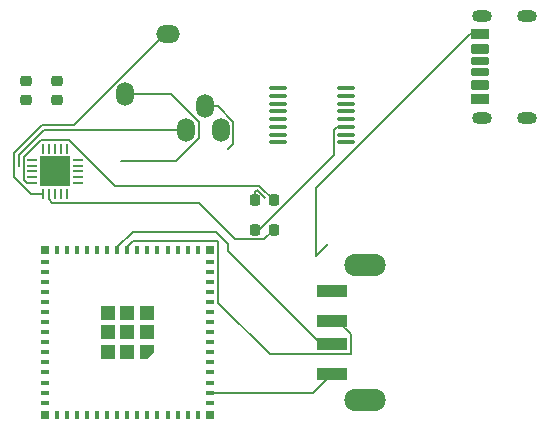
<source format=gbr>
%TF.GenerationSoftware,KiCad,Pcbnew,8.0.4*%
%TF.CreationDate,2024-08-12T23:01:29-04:00*%
%TF.ProjectId,SAMD21_MIDI_SPEAKER,53414d44-3231-45f4-9d49-44495f535045,rev?*%
%TF.SameCoordinates,Original*%
%TF.FileFunction,Copper,L1,Top*%
%TF.FilePolarity,Positive*%
%FSLAX46Y46*%
G04 Gerber Fmt 4.6, Leading zero omitted, Abs format (unit mm)*
G04 Created by KiCad (PCBNEW 8.0.4) date 2024-08-12 23:01:29*
%MOMM*%
%LPD*%
G01*
G04 APERTURE LIST*
G04 Aperture macros list*
%AMRoundRect*
0 Rectangle with rounded corners*
0 $1 Rounding radius*
0 $2 $3 $4 $5 $6 $7 $8 $9 X,Y pos of 4 corners*
0 Add a 4 corners polygon primitive as box body*
4,1,4,$2,$3,$4,$5,$6,$7,$8,$9,$2,$3,0*
0 Add four circle primitives for the rounded corners*
1,1,$1+$1,$2,$3*
1,1,$1+$1,$4,$5*
1,1,$1+$1,$6,$7*
1,1,$1+$1,$8,$9*
0 Add four rect primitives between the rounded corners*
20,1,$1+$1,$2,$3,$4,$5,0*
20,1,$1+$1,$4,$5,$6,$7,0*
20,1,$1+$1,$6,$7,$8,$9,0*
20,1,$1+$1,$8,$9,$2,$3,0*%
%AMFreePoly0*
4,1,6,0.600000,-0.600000,-0.600000,-0.600000,-0.600000,0.000000,0.000000,0.600000,0.600000,0.600000,0.600000,-0.600000,0.600000,-0.600000,$1*%
G04 Aperture macros list end*
%TA.AperFunction,SMDPad,CuDef*%
%ADD10RoundRect,0.175000X0.625000X-0.175000X0.625000X0.175000X-0.625000X0.175000X-0.625000X-0.175000X0*%
%TD*%
%TA.AperFunction,SMDPad,CuDef*%
%ADD11RoundRect,0.200000X0.600000X-0.200000X0.600000X0.200000X-0.600000X0.200000X-0.600000X-0.200000X0*%
%TD*%
%TA.AperFunction,SMDPad,CuDef*%
%ADD12RoundRect,0.225000X0.575000X-0.225000X0.575000X0.225000X-0.575000X0.225000X-0.575000X-0.225000X0*%
%TD*%
%TA.AperFunction,ComponentPad*%
%ADD13O,1.700000X1.000000*%
%TD*%
%TA.AperFunction,ComponentPad*%
%ADD14O,2.000000X1.500000*%
%TD*%
%TA.AperFunction,ComponentPad*%
%ADD15O,1.500000X2.000000*%
%TD*%
%TA.AperFunction,ComponentPad*%
%ADD16O,3.500000X1.900000*%
%TD*%
%TA.AperFunction,SMDPad,CuDef*%
%ADD17R,2.500000X1.100000*%
%TD*%
%TA.AperFunction,SMDPad,CuDef*%
%ADD18RoundRect,0.218750X0.256250X-0.218750X0.256250X0.218750X-0.256250X0.218750X-0.256250X-0.218750X0*%
%TD*%
%TA.AperFunction,SMDPad,CuDef*%
%ADD19RoundRect,0.225000X-0.225000X-0.250000X0.225000X-0.250000X0.225000X0.250000X-0.225000X0.250000X0*%
%TD*%
%TA.AperFunction,SMDPad,CuDef*%
%ADD20R,0.800000X0.400000*%
%TD*%
%TA.AperFunction,SMDPad,CuDef*%
%ADD21R,0.400000X0.800000*%
%TD*%
%TA.AperFunction,SMDPad,CuDef*%
%ADD22FreePoly0,180.000000*%
%TD*%
%TA.AperFunction,SMDPad,CuDef*%
%ADD23R,1.200000X1.200000*%
%TD*%
%TA.AperFunction,SMDPad,CuDef*%
%ADD24R,0.800000X0.800000*%
%TD*%
%TA.AperFunction,SMDPad,CuDef*%
%ADD25RoundRect,0.062500X-0.350000X-0.062500X0.350000X-0.062500X0.350000X0.062500X-0.350000X0.062500X0*%
%TD*%
%TA.AperFunction,SMDPad,CuDef*%
%ADD26RoundRect,0.062500X-0.062500X-0.350000X0.062500X-0.350000X0.062500X0.350000X-0.062500X0.350000X0*%
%TD*%
%TA.AperFunction,HeatsinkPad*%
%ADD27R,2.500000X2.500000*%
%TD*%
%TA.AperFunction,SMDPad,CuDef*%
%ADD28RoundRect,0.100000X-0.637500X-0.100000X0.637500X-0.100000X0.637500X0.100000X-0.637500X0.100000X0*%
%TD*%
%TA.AperFunction,Conductor*%
%ADD29C,0.200000*%
%TD*%
G04 APERTURE END LIST*
D10*
%TO.P,P1,A5,CC*%
%TO.N,unconnected-(P1-CC-PadA5)*%
X191320000Y-56000000D03*
D11*
%TO.P,P1,A9,VBUS*%
%TO.N,Net-(P1-VBUS-PadA4)*%
X191320000Y-53980000D03*
D12*
%TO.P,P1,A12,GND*%
%TO.N,Net-(P1-GND-PadA1)*%
X191320000Y-52750000D03*
D10*
%TO.P,P1,B5,VCONN*%
%TO.N,unconnected-(P1-VCONN-PadB5)*%
X191320000Y-55000000D03*
D11*
%TO.P,P1,B9,VBUS*%
%TO.N,Net-(P1-VBUS-PadA4)*%
X191320000Y-57020000D03*
D12*
%TO.P,P1,B12,GND*%
%TO.N,Net-(P1-GND-PadA1)*%
X191320000Y-58250000D03*
D13*
%TO.P,P1,S1,SHIELD*%
%TO.N,unconnected-(P1-SHIELD-PadS1)*%
X191500000Y-59820000D03*
X195300000Y-59820000D03*
X191500000Y-51180000D03*
X195300000Y-51180000D03*
%TD*%
D14*
%TO.P,J2,1,GROUND*%
%TO.N,GND*%
X164900000Y-52750000D03*
D15*
%TO.P,J2,2,RIGHT*%
%TO.N,Net-(J2-RIGHT)*%
X166500000Y-60850000D03*
%TO.P,J2,3,LEFT*%
%TO.N,Net-(J2-LEFT)*%
X161300000Y-57850000D03*
%TO.P,J2,4,4*%
%TO.N,unconnected-(J2-Pad4)*%
X168100000Y-58850000D03*
%TO.P,J2,5,5*%
%TO.N,unconnected-(J2-Pad5)*%
X169400000Y-60850000D03*
%TD*%
D16*
%TO.P,J1,5,Shield*%
%TO.N,GND*%
X181600000Y-83700000D03*
X181600000Y-72300000D03*
D17*
%TO.P,J1,4,GND*%
X178850000Y-81500000D03*
%TO.P,J1,3,D+*%
%TO.N,Net-(J1-D+)*%
X178850000Y-79000000D03*
%TO.P,J1,2,D-*%
%TO.N,Net-(J1-D-)*%
X178850000Y-77000000D03*
%TO.P,J1,1,VBUS*%
%TO.N,unconnected-(J1-VBUS-Pad1)*%
X178850000Y-74500000D03*
%TD*%
D18*
%TO.P,D2,1,K*%
%TO.N,unconnected-(D2-K-Pad1)*%
X155500000Y-58287500D03*
%TO.P,D2,2,A*%
%TO.N,unconnected-(D2-A-Pad2)*%
X155500000Y-56712500D03*
%TD*%
%TO.P,D1,1,K*%
%TO.N,unconnected-(D1-K-Pad1)*%
X152910000Y-58287500D03*
%TO.P,D1,2,A*%
%TO.N,unconnected-(D1-A-Pad2)*%
X152910000Y-56712500D03*
%TD*%
D19*
%TO.P,C2,1*%
%TO.N,/AOUTL*%
X172325000Y-69322500D03*
%TO.P,C2,2*%
%TO.N,Net-(U3-LIN)*%
X173875000Y-69322500D03*
%TD*%
%TO.P,C1,1*%
%TO.N,/AOUTR*%
X172325000Y-66812500D03*
%TO.P,C1,2*%
%TO.N,Net-(U3-RIN)*%
X173875000Y-66812500D03*
%TD*%
D20*
%TO.P,U4,1,GND*%
%TO.N,GND*%
X168500000Y-83950000D03*
%TO.P,U4,2,GND*%
X168500000Y-83100000D03*
%TO.P,U4,3,3V3*%
%TO.N,+3.3V*%
X168500000Y-82250000D03*
%TO.P,U4,4,GPIO0/BOOT*%
%TO.N,unconnected-(U4-GPIO0{slash}BOOT-Pad4)*%
X168500000Y-81400000D03*
%TO.P,U4,5,GPIO1/TOUCH1/ADC1_CH0*%
%TO.N,unconnected-(U4-GPIO1{slash}TOUCH1{slash}ADC1_CH0-Pad5)*%
X168500000Y-80550000D03*
%TO.P,U4,6,GPIO2/TOUCH2/ADC1_CH1*%
%TO.N,unconnected-(U4-GPIO2{slash}TOUCH2{slash}ADC1_CH1-Pad6)*%
X168500000Y-79700000D03*
%TO.P,U4,7,GPIO3/TOUCH3/ADC1_CH2*%
%TO.N,unconnected-(U4-GPIO3{slash}TOUCH3{slash}ADC1_CH2-Pad7)*%
X168500000Y-78850000D03*
%TO.P,U4,8,GPIO4/TOUCH4/ADC1_CH3*%
%TO.N,unconnected-(U4-GPIO4{slash}TOUCH4{slash}ADC1_CH3-Pad8)*%
X168500000Y-78000000D03*
%TO.P,U4,9,GPIO5/TOUCH5/ADC1_CH4*%
%TO.N,unconnected-(U4-GPIO5{slash}TOUCH5{slash}ADC1_CH4-Pad9)*%
X168500000Y-77150000D03*
%TO.P,U4,10,GPIO6/TOUCH6/ADC1_CH5*%
%TO.N,unconnected-(U4-GPIO6{slash}TOUCH6{slash}ADC1_CH5-Pad10)*%
X168500000Y-76300000D03*
%TO.P,U4,11,GPIO7/TOUCH7/ADC1_CH6*%
%TO.N,unconnected-(U4-GPIO7{slash}TOUCH7{slash}ADC1_CH6-Pad11)*%
X168500000Y-75450000D03*
%TO.P,U4,12,GPIO8/TOUCH8/ADC1_CH7/SUBSPICS1*%
%TO.N,unconnected-(U4-GPIO8{slash}TOUCH8{slash}ADC1_CH7{slash}SUBSPICS1-Pad12)*%
X168500000Y-74600000D03*
%TO.P,U4,13,GPIO9/TOUCH9/ADC1_CH8/FSPIHD/SUBSPIHD*%
%TO.N,unconnected-(U4-GPIO9{slash}TOUCH9{slash}ADC1_CH8{slash}FSPIHD{slash}SUBSPIHD-Pad13)*%
X168500000Y-73750000D03*
%TO.P,U4,14,GPIO10/TOUCH10/ADC1_CH9/FSPICS0/FSPIIO4/SUBSPICS0*%
%TO.N,unconnected-(U4-GPIO10{slash}TOUCH10{slash}ADC1_CH9{slash}FSPICS0{slash}FSPIIO4{slash}SUBSPICS0-Pad14)*%
X168500000Y-72900000D03*
%TO.P,U4,15,GPIO11/TOUCH11/ADC2_CH0/FSPID/FSPIIO5/SUBSPID*%
%TO.N,unconnected-(U4-GPIO11{slash}TOUCH11{slash}ADC2_CH0{slash}FSPID{slash}FSPIIO5{slash}SUBSPID-Pad15)*%
X168500000Y-72050000D03*
D21*
%TO.P,U4,16,GPIO12/TOUCH12/ADC2_CH1/FSPICLK/FSPIIO6/SUBSPICLK*%
%TO.N,unconnected-(U4-GPIO12{slash}TOUCH12{slash}ADC2_CH1{slash}FSPICLK{slash}FSPIIO6{slash}SUBSPICLK-Pad16)*%
X167450000Y-71000000D03*
%TO.P,U4,17,GPIO13/TOUCH13/ADC2_CH2/FSPIQ/FSPIIO7/SUBSPIQ*%
%TO.N,unconnected-(U4-GPIO13{slash}TOUCH13{slash}ADC2_CH2{slash}FSPIQ{slash}FSPIIO7{slash}SUBSPIQ-Pad17)*%
X166600000Y-71000000D03*
%TO.P,U4,18,GPIO14/TOUCH14/ADC2_CH3/FSPIWP/FSPIDQS/SUBSPIWP*%
%TO.N,unconnected-(U4-GPIO14{slash}TOUCH14{slash}ADC2_CH3{slash}FSPIWP{slash}FSPIDQS{slash}SUBSPIWP-Pad18)*%
X165750000Y-71000000D03*
%TO.P,U4,19,GPIO15/U0RTS/ADC2_CH4/XTAL_32K_P*%
%TO.N,unconnected-(U4-GPIO15{slash}U0RTS{slash}ADC2_CH4{slash}XTAL_32K_P-Pad19)*%
X164900000Y-71000000D03*
%TO.P,U4,20,GPIO16/U0CTS/ADC2_CH5/XTAL_32K_N*%
%TO.N,unconnected-(U4-GPIO16{slash}U0CTS{slash}ADC2_CH5{slash}XTAL_32K_N-Pad20)*%
X164050000Y-71000000D03*
%TO.P,U4,21,GPIO17/U1TXD/ADC2_CH6*%
%TO.N,unconnected-(U4-GPIO17{slash}U1TXD{slash}ADC2_CH6-Pad21)*%
X163200000Y-71000000D03*
%TO.P,U4,22,GPIO18/U1RXD/ADC2_CH7/CLK_OUT3*%
%TO.N,unconnected-(U4-GPIO18{slash}U1RXD{slash}ADC2_CH7{slash}CLK_OUT3-Pad22)*%
X162350000Y-71000000D03*
%TO.P,U4,23,GPIO19/U1RTS/ADC2_CH8/CLK_OUT2/USB_D-*%
%TO.N,Net-(J1-D-)*%
X161500000Y-71000000D03*
%TO.P,U4,24,GPIO20/U1CTS/ADC2_CH9/CLK_OUT1/USB_D+*%
%TO.N,Net-(J1-D+)*%
X160650000Y-71000000D03*
%TO.P,U4,25,GPIO21*%
%TO.N,unconnected-(U4-GPIO21-Pad25)*%
X159800000Y-71000000D03*
%TO.P,U4,26,GPIO26*%
%TO.N,unconnected-(U4-GPIO26-Pad26)*%
X158950000Y-71000000D03*
%TO.P,U4,27,GPIO47/SPICLK_P/SUBSPICLK_P_DIFF*%
%TO.N,unconnected-(U4-GPIO47{slash}SPICLK_P{slash}SUBSPICLK_P_DIFF-Pad27)*%
X158100000Y-71000000D03*
%TO.P,U4,28,SPIIO4/GPIO33/FSPIHD/SUBSPIHD*%
%TO.N,unconnected-(U4-SPIIO4{slash}GPIO33{slash}FSPIHD{slash}SUBSPIHD-Pad28)*%
X157250000Y-71000000D03*
%TO.P,U4,29,SPIIO5/GPIO34/FSPICS0/SUBSPICS0*%
%TO.N,unconnected-(U4-SPIIO5{slash}GPIO34{slash}FSPICS0{slash}SUBSPICS0-Pad29)*%
X156400000Y-71000000D03*
%TO.P,U4,30,GPIO48/SPICLK_N/SUBSPICLK_N_DIFF*%
%TO.N,unconnected-(U4-GPIO48{slash}SPICLK_N{slash}SUBSPICLK_N_DIFF-Pad30)*%
X155550000Y-71000000D03*
D20*
%TO.P,U4,31,SPIIO6/GPIO35/FSPID/SUBSPID*%
%TO.N,unconnected-(U4-SPIIO6{slash}GPIO35{slash}FSPID{slash}SUBSPID-Pad31)*%
X154500000Y-72050000D03*
%TO.P,U4,32,SPIIO7/GPIO36/FSPICLK/SUBSPICLK*%
%TO.N,unconnected-(U4-SPIIO7{slash}GPIO36{slash}FSPICLK{slash}SUBSPICLK-Pad32)*%
X154500000Y-72900000D03*
%TO.P,U4,33,SPIDQS/GPIO37/FSPIQ/SUBSPIQ*%
%TO.N,unconnected-(U4-SPIDQS{slash}GPIO37{slash}FSPIQ{slash}SUBSPIQ-Pad33)*%
X154500000Y-73750000D03*
%TO.P,U4,34,GPIO38/FSPIWP/SUBSPIWP*%
%TO.N,unconnected-(U4-GPIO38{slash}FSPIWP{slash}SUBSPIWP-Pad34)*%
X154500000Y-74600000D03*
%TO.P,U4,35,MTCK/GPIO39/CLK_OUT3/SUBSPICS1*%
%TO.N,unconnected-(U4-MTCK{slash}GPIO39{slash}CLK_OUT3{slash}SUBSPICS1-Pad35)*%
X154500000Y-75450000D03*
%TO.P,U4,36,MTDO/GPIO40/CLK_OUT2*%
%TO.N,unconnected-(U4-MTDO{slash}GPIO40{slash}CLK_OUT2-Pad36)*%
X154500000Y-76300000D03*
%TO.P,U4,37,MTDI/GPIO41/CLK_OUT1*%
%TO.N,unconnected-(U4-MTDI{slash}GPIO41{slash}CLK_OUT1-Pad37)*%
X154500000Y-77150000D03*
%TO.P,U4,38,MTMS/GPIO42*%
%TO.N,unconnected-(U4-MTMS{slash}GPIO42-Pad38)*%
X154500000Y-78000000D03*
%TO.P,U4,39,U0TXD/GPIO43/CLK_OUT1*%
%TO.N,unconnected-(U4-U0TXD{slash}GPIO43{slash}CLK_OUT1-Pad39)*%
X154500000Y-78850000D03*
%TO.P,U4,40,U0RXD/GPIO44/CLK_OUT2*%
%TO.N,unconnected-(U4-U0RXD{slash}GPIO44{slash}CLK_OUT2-Pad40)*%
X154500000Y-79700000D03*
%TO.P,U4,41,GPIO45*%
%TO.N,unconnected-(U4-GPIO45-Pad41)*%
X154500000Y-80550000D03*
%TO.P,U4,42,GND*%
%TO.N,GND*%
X154500000Y-81400000D03*
%TO.P,U4,43,GND*%
X154500000Y-82250000D03*
%TO.P,U4,44,GPIO46*%
%TO.N,unconnected-(U4-GPIO46-Pad44)*%
X154500000Y-83100000D03*
%TO.P,U4,45,EN*%
%TO.N,unconnected-(U4-EN-Pad45)*%
X154500000Y-83950000D03*
D21*
%TO.P,U4,46,GND*%
%TO.N,GND*%
X155550000Y-85000000D03*
%TO.P,U4,47,GND*%
X156400000Y-85000000D03*
%TO.P,U4,48,GND*%
X157250000Y-85000000D03*
%TO.P,U4,49,GND*%
X158100000Y-85000000D03*
%TO.P,U4,50,GND*%
X158950000Y-85000000D03*
%TO.P,U4,51,GND*%
X159800000Y-85000000D03*
%TO.P,U4,52,GND*%
X160650000Y-85000000D03*
%TO.P,U4,53,GND*%
X161500000Y-85000000D03*
%TO.P,U4,54,GND*%
X162350000Y-85000000D03*
%TO.P,U4,55,GND*%
X163200000Y-85000000D03*
%TO.P,U4,56,GND*%
X164050000Y-85000000D03*
%TO.P,U4,57,GND*%
X164900000Y-85000000D03*
%TO.P,U4,58,GND*%
X165750000Y-85000000D03*
%TO.P,U4,59,GND*%
X166600000Y-85000000D03*
%TO.P,U4,60,GND*%
X167450000Y-85000000D03*
D22*
%TO.P,U4,61,GND*%
X163150000Y-79650000D03*
D23*
X163150000Y-78000000D03*
X163150000Y-76350000D03*
X161500000Y-79650000D03*
X161500000Y-78000000D03*
X161500000Y-76350000D03*
X159850000Y-79650000D03*
X159850000Y-78000000D03*
X159850000Y-76350000D03*
D24*
%TO.P,U4,62,GND*%
X168500000Y-85000000D03*
%TO.P,U4,63,GND*%
X168500000Y-71000000D03*
%TO.P,U4,64,GND*%
X154500000Y-71000000D03*
%TO.P,U4,65,GND*%
X154500000Y-85000000D03*
%TD*%
D25*
%TO.P,U3,1,ROUTN*%
%TO.N,unconnected-(U3-ROUTN-Pad1)*%
X153437500Y-63375000D03*
%TO.P,U3,2,HPROUT*%
%TO.N,Net-(J2-RIGHT)*%
X153437500Y-63875000D03*
%TO.P,U3,3,~{SD}*%
%TO.N,unconnected-(U3-~{SD}-Pad3)*%
X153437500Y-64375000D03*
%TO.P,U3,4,BYPASS*%
%TO.N,unconnected-(U3-BYPASS-Pad4)*%
X153437500Y-64875000D03*
%TO.P,U3,5,RIN*%
%TO.N,Net-(U3-RIN)*%
X153437500Y-65375000D03*
D26*
%TO.P,U3,6,GND*%
%TO.N,GND*%
X154375000Y-66312500D03*
%TO.P,U3,7,LIN*%
%TO.N,Net-(U3-LIN)*%
X154875000Y-66312500D03*
%TO.P,U3,8,VOL*%
%TO.N,unconnected-(U3-VOL-Pad8)*%
X155375000Y-66312500D03*
%TO.P,U3,9,MUTE*%
%TO.N,unconnected-(U3-MUTE-Pad9)*%
X155875000Y-66312500D03*
%TO.P,U3,10,HP/~{SPK}*%
%TO.N,unconnected-(U3-HP{slash}~{SPK}-Pad10)*%
X156375000Y-66312500D03*
D25*
%TO.P,U3,11,PL*%
%TO.N,unconnected-(U3-PL-Pad11)*%
X157312500Y-65375000D03*
%TO.P,U3,12,UVP*%
%TO.N,unconnected-(U3-UVP-Pad12)*%
X157312500Y-64875000D03*
%TO.P,U3,13,VDD*%
%TO.N,+3.3V*%
X157312500Y-64375000D03*
%TO.P,U3,14,HPLOUT*%
%TO.N,Net-(J2-LEFT)*%
X157312500Y-63875000D03*
%TO.P,U3,15,LOUTN*%
%TO.N,unconnected-(U3-LOUTN-Pad15)*%
X157312500Y-63375000D03*
D26*
%TO.P,U3,16,VDD*%
%TO.N,+3.3V*%
X156375000Y-62437500D03*
%TO.P,U3,17,LOUTP*%
%TO.N,unconnected-(U3-LOUTP-Pad17)*%
X155875000Y-62437500D03*
%TO.P,U3,18,GND*%
%TO.N,GND*%
X155375000Y-62437500D03*
%TO.P,U3,19,ROUTP*%
%TO.N,unconnected-(U3-ROUTP-Pad19)*%
X154875000Y-62437500D03*
%TO.P,U3,20,VDD*%
%TO.N,+3.3V*%
X154375000Y-62437500D03*
D27*
%TO.P,U3,21,GND*%
%TO.N,GND*%
X155375000Y-64375000D03*
%TD*%
D28*
%TO.P,U2,1,MCLK*%
%TO.N,unconnected-(U2-MCLK-Pad1)*%
X174275000Y-57350000D03*
%TO.P,U2,2,BICK*%
%TO.N,unconnected-(U2-BICK-Pad2)*%
X174275000Y-58000000D03*
%TO.P,U2,3,SDTI*%
%TO.N,unconnected-(U2-SDTI-Pad3)*%
X174275000Y-58650000D03*
%TO.P,U2,4,LRCK*%
%TO.N,unconnected-(U2-LRCK-Pad4)*%
X174275000Y-59300000D03*
%TO.P,U2,5,PDN*%
%TO.N,unconnected-(U2-PDN-Pad5)*%
X174275000Y-59950000D03*
%TO.P,U2,6,SMUTE/CSN/I2CFIL*%
%TO.N,unconnected-(U2-SMUTE{slash}CSN{slash}I2CFIL-Pad6)*%
X174275000Y-60600000D03*
%TO.P,U2,7,ACKS/CCLK/SCL*%
%TO.N,unconnected-(U2-ACKS{slash}CCLK{slash}SCL-Pad7)*%
X174275000Y-61250000D03*
%TO.P,U2,8,DIF/CDTI/SDA*%
%TO.N,unconnected-(U2-DIF{slash}CDTI{slash}SDA-Pad8)*%
X174275000Y-61900000D03*
%TO.P,U2,9,P/S*%
%TO.N,unconnected-(U2-P{slash}S-Pad9)*%
X180000000Y-61900000D03*
%TO.P,U2,10,AOUTR*%
%TO.N,/AOUTR*%
X180000000Y-61250000D03*
%TO.P,U2,11,AOUTL*%
%TO.N,/AOUTL*%
X180000000Y-60600000D03*
%TO.P,U2,12,VCOM*%
%TO.N,unconnected-(U2-VCOM-Pad12)*%
X180000000Y-59950000D03*
%TO.P,U2,13,VSS*%
%TO.N,GND*%
X180000000Y-59300000D03*
%TO.P,U2,14,AVDD*%
%TO.N,unconnected-(U2-AVDD-Pad14)*%
X180000000Y-58650000D03*
%TO.P,U2,15,LVDD*%
%TO.N,unconnected-(U2-LVDD-Pad15)*%
X180000000Y-58000000D03*
%TO.P,U2,16,LDOO*%
%TO.N,unconnected-(U2-LDOO-Pad16)*%
X180000000Y-57350000D03*
%TD*%
D29*
%TO.N,Net-(P1-GND-PadA1)*%
X177500000Y-71500000D02*
X178500000Y-70500000D01*
X177500000Y-65770000D02*
X177500000Y-71500000D01*
X190520000Y-52750000D02*
X177500000Y-65770000D01*
X191320000Y-52750000D02*
X190520000Y-52750000D01*
%TO.N,Net-(J2-LEFT)*%
X165584924Y-63500000D02*
X161000000Y-63500000D01*
X167550000Y-61534924D02*
X165584924Y-63500000D01*
X167550000Y-60165076D02*
X167550000Y-61534924D01*
X165234924Y-57850000D02*
X167550000Y-60165076D01*
X161300000Y-57850000D02*
X165234924Y-57850000D01*
%TO.N,GND*%
X153382428Y-66312500D02*
X154375000Y-66312500D01*
X151925000Y-64855072D02*
X153382428Y-66312500D01*
X151925000Y-62829242D02*
X151925000Y-64855072D01*
X154304242Y-60450000D02*
X151925000Y-62829242D01*
X164650000Y-52750000D02*
X156950000Y-60450000D01*
X164900000Y-52750000D02*
X164650000Y-52750000D01*
X156950000Y-60450000D02*
X154304242Y-60450000D01*
%TO.N,unconnected-(J2-Pad4)*%
X170450000Y-60165076D02*
X170142462Y-59857538D01*
X170450000Y-62050000D02*
X170000000Y-62500000D01*
X170450000Y-60165076D02*
X170450000Y-62050000D01*
X169134924Y-58850000D02*
X170450000Y-60165076D01*
X168100000Y-58850000D02*
X169134924Y-58850000D01*
%TO.N,Net-(J2-RIGHT)*%
X154469928Y-60850000D02*
X152325000Y-62994928D01*
X152325000Y-62994928D02*
X152325000Y-63875000D01*
X166500000Y-60850000D02*
X154469928Y-60850000D01*
%TO.N,/AOUTR*%
X172486200Y-65989386D02*
X173125000Y-66628186D01*
X172325000Y-66150586D02*
X172486200Y-65989386D01*
X172325000Y-66812500D02*
X172325000Y-66150586D01*
%TO.N,Net-(U3-RIN)*%
X153010614Y-65375000D02*
X153437500Y-65375000D01*
X152725000Y-65089386D02*
X153010614Y-65375000D01*
X152725000Y-63160614D02*
X152725000Y-65089386D01*
X156589386Y-61725000D02*
X154160614Y-61725000D01*
X160453772Y-65589386D02*
X156589386Y-61725000D01*
X172651886Y-65589386D02*
X160453772Y-65589386D01*
X154160614Y-61725000D02*
X152725000Y-63160614D01*
X173875000Y-66812500D02*
X172651886Y-65589386D01*
%TO.N,Net-(U3-LIN)*%
X154875000Y-66739386D02*
X154875000Y-66312500D01*
X167525000Y-67025000D02*
X155160614Y-67025000D01*
X170597500Y-70097500D02*
X167525000Y-67025000D01*
X173100000Y-70097500D02*
X170597500Y-70097500D01*
X173875000Y-69322500D02*
X173100000Y-70097500D01*
X155160614Y-67025000D02*
X154875000Y-66739386D01*
%TO.N,/AOUTL*%
X179262501Y-60600000D02*
X180000000Y-60600000D01*
X178962500Y-60900001D02*
X179262501Y-60600000D01*
X178962500Y-63011304D02*
X178962500Y-60900001D01*
X172651304Y-69322500D02*
X178962500Y-63011304D01*
X172325000Y-69322500D02*
X172651304Y-69322500D01*
%TO.N,Net-(J1-D-)*%
X161500000Y-70800000D02*
X161500000Y-71000000D01*
X162000000Y-70300000D02*
X161500000Y-70800000D01*
X169200000Y-70300000D02*
X162000000Y-70300000D01*
X180400000Y-79850000D02*
X173550000Y-79850000D01*
X180400000Y-78150000D02*
X180400000Y-79850000D01*
X173550000Y-79850000D02*
X169200000Y-75500000D01*
X179250000Y-77000000D02*
X180400000Y-78150000D01*
X169200000Y-75500000D02*
X169200000Y-70300000D01*
X178850000Y-77000000D02*
X179250000Y-77000000D01*
%TO.N,Net-(J1-D+)*%
X169000000Y-69500000D02*
X161950000Y-69500000D01*
X161950000Y-69500000D02*
X160650000Y-70800000D01*
X170000000Y-70500000D02*
X169000000Y-69500000D01*
X177900000Y-79000000D02*
X170000000Y-71100000D01*
X170000000Y-71100000D02*
X170000000Y-70500000D01*
X178850000Y-79000000D02*
X177900000Y-79000000D01*
X160650000Y-70800000D02*
X160650000Y-71000000D01*
%TO.N,GND*%
X177250000Y-83100000D02*
X168500000Y-83100000D01*
X178850000Y-81500000D02*
X177250000Y-83100000D01*
%TD*%
M02*

</source>
